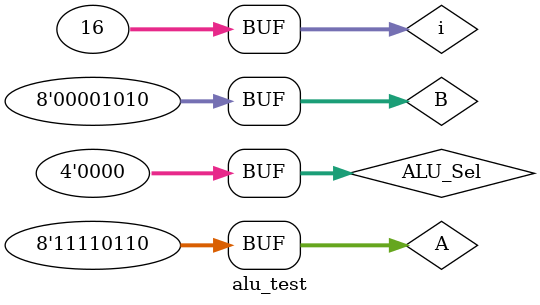
<source format=v>
`timescale 1ns / 1ps 
module alu_test;
//Inputs
 reg[7:0] A,B;
 reg[3:0] ALU_Sel;

//Outputs
 wire[7:0] ALU_Out;
 wire CarryOut;
 // Verilog code for ALU
 integer i;
 alu test_unit(
            A,B,  // ALU 8-bit Inputs                 
            ALU_Sel,// ALU Selection
            ALU_Out, // ALU 8-bit Output
            CarryOut // Carry Out Flag
     );
    initial begin
    // hold reset state for 100 ns.
      A = 8'h0A;
      B = 4'h02;
      ALU_Sel = 4'h0;
      
      for (i=0;i<=15;i=i+1)
      begin
       ALU_Sel = ALU_Sel + 8'h01;
       #10;
      end;
      
      A = 8'hF6;
      B = 8'h0A;
      
    end
endmodule
</source>
